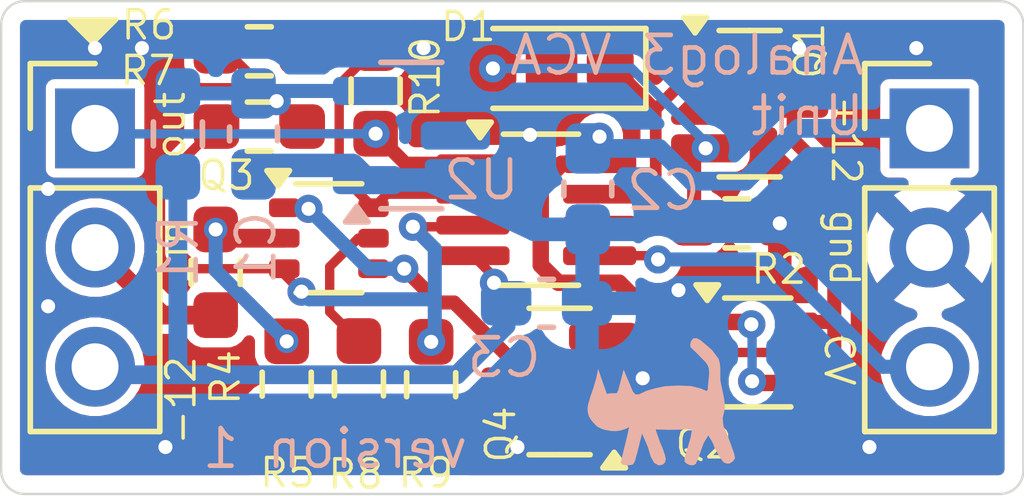
<source format=kicad_pcb>
(kicad_pcb (version 20241229) (generator "pcbnew") (generator_version "9.0")
  (layers (0 "F.Cu" signal) (2 "B.Cu" signal) (13 "F.Paste" user) (15 "B.Paste" user) (5 "F.SilkS" user "F.Silkscreen") (7 "B.SilkS" user "B.Silkscreen") (1 "F.Mask" user) (3 "B.Mask" user) (25 "Edge.Cuts" user))
  (net 0 "")
  (net 1 "/gain_bottom")
  (net 2 "+12V")
  (net 3 "-12V")
  (net 4 "Net-(D1-A)")
  (net 5 "Net-(D1-K)")
  (net 6 "Net-(Q3B-B2)")
  (net 7 "Net-(Q3A-B1)")
  (net 9 "/IN")
  (net 10 "/OUT")
  (net 11 "/CV")
  (net 12 "Net-(Q1-C)")
  (net 13 "Net-(Q2A-B1)")
  (net 14 "Net-(Q3A-E1)")
  (net 15 "/diff_in+")
  (net 16 "/diff_in-")
  (net 17 "GND")
  (footprint "Package_TO_SOT_SMD:SOT-363_SC-70-6" (layer "F.Cu") (at 111.125 65.98495)
    (property "Reference" "Q2" (at -1.158106 1.949095 0) (layer "F.SilkS") (effects (font (size 0.6 0.6) (thickness 0.075))))
    (property "Value" "BC857BDW1" (hide yes))
    (fp_line (start -0.71 -1.16) (end 0.7 -1.16) (stroke (width 0.12)) (layer "F.SilkS"))
    (fp_line (start -0.7 1.16) (end 0.7 1.16) (stroke (width 0.12)) (layer "F.SilkS"))
    (fp_poly (pts (xy -1.08 -1.11) (xy -1.32 -1.44) (xy -0.84 -1.44) (xy -1.08 -1.11)) (stroke (width 0.12)) (fill yes) (layer "F.SilkS"))
    (pad "1" smd roundrect (at -0.95 -0.65) (size 0.65 0.4) (layers "F.Cu" "F.Mask" "F.Paste") (net 2 "+12V"))
    (pad "2" smd roundrect (at -0.95 0) (size 0.65 0.4) (layers "F.Cu" "F.Mask" "F.Paste") (net 13 "Net-(Q2A-B1)"))
    (pad "3" smd roundrect (at -0.95 0.65) (size 0.65 0.4) (layers "F.Cu" "F.Mask" "F.Paste") (net 13 "Net-(Q2A-B1)"))
    (pad "4" smd roundrect (at 0.95 0.65) (size 0.65 0.4) (layers "F.Cu" "F.Mask" "F.Paste") (net 2 "+12V"))
    (pad "5" smd roundrect (at 0.95 0) (size 0.65 0.4) (layers "F.Cu" "F.Mask" "F.Paste") (net 13 "Net-(Q2A-B1)"))
    (pad "6" smd roundrect (at 0.95 -0.65) (size 0.65 0.4) (layers "F.Cu" "F.Mask" "F.Paste") (net 12 "Net-(Q1-C)"))
  )
  (footprint "Resistor_SMD:R_0603_1608Metric_Pad0.98x0.95mm_HandSolder" (layer "F.Cu") (at 102.978078 60.412252 -90)
    (property "Reference" "R10" (at -0.290645 -1.057733 90) (layer "F.SilkS") (effects (font (size 0.6 0.6) (thickness 0.075))))
    (property "Value" "47k 0.1%" (hide yes))
    (fp_line (start -0.254724 0.5225) (end 0.254724 0.5225) (stroke (width 0.12)) (layer "F.SilkS"))
    (fp_line (start -0.254724 -0.5225) (end 0.254724 -0.5225) (stroke (width 0.12)) (layer "F.SilkS"))
    (pad "1" smd roundrect (at -0.9125 0 270) (size 0.975 0.95) (layers "F.Cu" "F.Mask" "F.Paste") (net 16 "/diff_in-"))
    (pad "2" smd roundrect (at 0.9125 0 270) (size 0.975 0.95) (layers "F.Cu" "F.Mask" "F.Paste") (net 10 "/OUT"))
  )
  (footprint "Resistor_SMD:R_0603_1608Metric_Pad0.98x0.95mm_HandSolder" (layer "F.Cu") (at 102.622856 66.654392 90)
    (property "Reference" "R8" (at -1.923159 -0.068918 0) (layer "F.SilkS") (effects (font (size 0.6 0.6) (thickness 0.075))))
    (property "Value" "150" (hide yes))
    (fp_line (start -0.254724 -0.5225) (end 0.254724 -0.5225) (stroke (width 0.12)) (layer "F.SilkS"))
    (fp_line (start -0.254724 0.5225) (end 0.254724 0.5225) (stroke (width 0.12)) (layer "F.SilkS"))
    (pad "1" smd roundrect (at -0.9125 0 90) (size 0.975 0.95) (layers "F.Cu" "F.Mask" "F.Paste") (net 17 "GND"))
    (pad "2" smd roundrect (at 0.9125 0 90) (size 0.975 0.95) (layers "F.Cu" "F.Mask" "F.Paste") (net 6 "Net-(Q3B-B2)"))
  )
  (footprint "Diode_SMD:D_SOD-323_HandSoldering" (layer "F.Cu") (at 106.727277 59.933403 180)
    (property "Reference" "D1" (at 1.775963 0.892196 0) (layer "F.SilkS") (effects (font (size 0.6 0.6) (thickness 0.075))))
    (property "Value" "1N4148" (hide yes))
    (fp_line (start -2.01 0.85) (end 1.25 0.85) (stroke (width 0.12)) (layer "F.SilkS"))
    (fp_line (start -2.01 -0.85) (end 1.25 -0.85) (stroke (width 0.12)) (layer "F.SilkS"))
    (fp_line (start -2.01 -0.85) (end -2.01 0.85) (stroke (width 0.12)) (layer "F.SilkS"))
    (pad "1" smd roundrect (at -1.25 0 180) (size 1 1) (layers "F.Cu" "F.Mask" "F.Paste") (net 5 "Net-(D1-K)"))
    (pad "2" smd roundrect (at 1.25 0 180) (size 1 1) (layers "F.Cu" "F.Mask" "F.Paste") (net 4 "Net-(D1-A)"))
  )
  (footprint "Resistor_SMD:R_0603_1608Metric_Pad0.98x0.95mm_HandSolder" (layer "F.Cu") (at 100.5 61.171584)
    (property "Reference" "R7" (at -2.373571 -1.190754 0) (layer "F.SilkS") (effects (font (size 0.6 0.6) (thickness 0.075))))
    (property "Value" "4.7k 0.1%" (hide yes))
    (fp_line (start -0.254724 -0.5225) (end 0.254724 -0.5225) (stroke (width 0.12)) (layer "F.SilkS"))
    (fp_line (start -0.254724 0.5225) (end 0.254724 0.5225) (stroke (width 0.12)) (layer "F.SilkS"))
    (pad "1" smd roundrect (at -0.9125 0) (size 0.975 0.95) (layers "F.Cu" "F.Mask" "F.Paste") (net 15 "/diff_in+"))
    (pad "2" smd roundrect (at 0.9125 0) (size 0.975 0.95) (layers "F.Cu" "F.Mask" "F.Paste") (net 1 "/gain_bottom"))
  )
  (footprint "Package_TO_SOT_SMD:SOT-23" (layer "F.Cu") (at 110.948115 60.685189)
    (property "Reference" "Q1" (at 1.277955 -1.129814 270) (layer "F.SilkS") (effects (font (size 0.6 0.6) (thickness 0.075))))
    (property "Value" "BC847" (hide yes))
    (fp_line (start 0 -1.56) (end -0.65 -1.56) (stroke (width 0.12)) (layer "F.SilkS"))
    (fp_line (start 0 -1.56) (end 0.65 -1.56) (stroke (width 0.12)) (layer "F.SilkS"))
    (fp_line (start 0 1.56) (end -0.65 1.56) (stroke (width 0.12)) (layer "F.SilkS"))
    (fp_line (start 0 1.56) (end 0.65 1.56) (stroke (width 0.12)) (layer "F.SilkS"))
    (fp_poly (pts (xy -1.1625 -1.51) (xy -1.4025 -1.84) (xy -0.9225 -1.84)) (stroke (width 0.12)) (fill yes) (layer "F.SilkS"))
    (pad "1" smd roundrect (at -0.9375 -0.95) (size 1.475 0.6) (layers "F.Cu" "F.Mask" "F.Paste") (net 5 "Net-(D1-K)"))
    (pad "2" smd roundrect (at -0.9375 0.95) (size 1.475 0.6) (layers "F.Cu" "F.Mask" "F.Paste") (net 4 "Net-(D1-A)"))
    (pad "3" smd roundrect (at 0.9375 0) (size 1.475 0.6) (layers "F.Cu" "F.Mask" "F.Paste") (net 12 "Net-(Q1-C)"))
  )
  (footprint "Resistor_SMD:R_0603_1608Metric_Pad0.98x0.95mm_HandSolder" (layer "F.Cu") (at 104.162014 66.671494 90)
    (property "Reference" "R9" (at -1.882097 -0.11381 180) (layer "F.SilkS") (effects (font (size 0.6 0.6) (thickness 0.075))))
    (property "Value" "47k 0.1%" (hide yes))
    (fp_line (start -0.254724 -0.5225) (end 0.254724 -0.5225) (stroke (width 0.12)) (layer "F.SilkS"))
    (fp_line (start -0.254724 0.5225) (end 0.254724 0.5225) (stroke (width 0.12)) (layer "F.SilkS"))
    (pad "1" smd roundrect (at -0.9125 0 90) (size 0.975 0.95) (layers "F.Cu" "F.Mask" "F.Paste") (net 17 "GND"))
    (pad "2" smd roundrect (at 0.9125 0 90) (size 0.975 0.95) (layers "F.Cu" "F.Mask" "F.Paste") (net 15 "/diff_in+"))
  )
  (footprint "Resistor_SMD:R_0603_1608Metric_Pad0.98x0.95mm_HandSolder" (layer "F.Cu") (at 99.570511 64.276688 -90)
    (property "Reference" "R4" (at 2.240165 -0.204768 270) (layer "F.SilkS") (effects (font (size 0.6 0.6) (thickness 0.075))))
    (property "Value" "100k" (hide yes))
    (fp_line (start -0.254724 0.5225) (end 0.254724 0.5225) (stroke (width 0.12)) (layer "F.SilkS"))
    (fp_line (start -0.254724 -0.5225) (end 0.254724 -0.5225) (stroke (width 0.12)) (layer "F.SilkS"))
    (pad "1" smd roundrect (at -0.9125 0 270) (size 0.975 0.95) (layers "F.Cu" "F.Mask" "F.Paste") (net 7 "Net-(Q3A-B1)"))
    (pad "2" smd roundrect (at 0.9125 0 270) (size 0.975 0.95) (layers "F.Cu" "F.Mask" "F.Paste") (net 9 "/IN"))
  )
  (footprint "Resistor_SMD:R_0603_1608Metric_Pad0.98x0.95mm_HandSolder" (layer "F.Cu") (at 110.677782 63.234042 180)
    (property "Reference" "R2" (at -0.890694 -0.977993 180) (layer "F.SilkS") (effects (font (size 0.6 0.6) (thickness 0.075))))
    (property "Value" "10k" (hide yes))
    (fp_line (start -0.254724 0.5225) (end 0.254724 0.5225) (stroke (width 0.12)) (layer "F.SilkS"))
    (fp_line (start -0.254724 -0.5225) (end 0.254724 -0.5225) (stroke (width 0.12)) (layer "F.SilkS"))
    (pad "1" smd roundrect (at -0.9125 0 180) (size 0.975 0.95) (layers "F.Cu" "F.Mask" "F.Paste") (net 17 "GND"))
    (pad "2" smd roundrect (at 0.9125 0 180) (size 0.975 0.95) (layers "F.Cu" "F.Mask" "F.Paste") (net 4 "Net-(D1-A)"))
  )
  (footprint "Package_TO_SOT_SMD:SOT-23-8_Handsoldering" (layer "F.Cu") (at 106.402343 62.943312)
    (property "Reference" "U1" (hide yes))
    (property "Value" "TL072" (hide yes))
    (fp_line (start -0.9 1.61) (end 0.9 1.61) (stroke (width 0.12)) (layer "F.SilkS"))
    (fp_line (start 0.1 -1.61) (end -0.7 -1.61) (stroke (width 0.12)) (layer "F.SilkS"))
    (fp_line (start 0.1 -1.61) (end 0.9 -1.61) (stroke (width 0.12)) (layer "F.SilkS"))
    (fp_poly (pts (xy -1.2 -1.535) (xy -1.44 -1.865) (xy -0.96 -1.865) (xy -1.2 -1.535)) (stroke (width 0.12)) (fill yes) (layer "F.SilkS"))
    (pad "1" smd roundrect (at -1.35 -0.98) (size 1.56 0.4) (layers "F.Cu" "F.Mask" "F.Paste") (net 10 "/OUT"))
    (pad "2" smd roundrect (at -1.35 -0.33) (size 1.56 0.4) (layers "F.Cu" "F.Mask" "F.Paste") (net 16 "/diff_in-"))
    (pad "3" smd roundrect (at -1.35 0.33) (size 1.56 0.4) (layers "F.Cu" "F.Mask" "F.Paste") (net 15 "/diff_in+"))
    (pad "4" smd roundrect (at -1.35 0.98) (size 1.56 0.4) (layers "F.Cu" "F.Mask" "F.Paste") (net 3 "-12V"))
    (pad "5" smd roundrect (at 1.35 0.98) (size 1.56 0.4) (layers "F.Cu" "F.Mask" "F.Paste") (net 11 "/CV"))
    (pad "6" smd roundrect (at 1.35 0.33) (size 1.56 0.4) (layers "F.Cu" "F.Mask" "F.Paste") (net 4 "Net-(D1-A)"))
    (pad "7" smd roundrect (at 1.35 -0.33) (size 1.56 0.4) (layers "F.Cu" "F.Mask" "F.Paste") (net 5 "Net-(D1-K)"))
    (pad "8" smd roundrect (at 1.35 -0.98) (size 1.56 0.4) (layers "F.Cu" "F.Mask" "F.Paste") (net 2 "+12V"))
  )
  (footprint "Package_TO_SOT_SMD:SOT-23" (layer "F.Cu") (at 106.898294 66.603087 180)
    (property "Reference" "Q4" (at 1.254227 -1.129701 90) (layer "F.SilkS") (effects (font (size 0.6 0.6) (thickness 0.075))))
    (property "Value" "BC857" (hide yes))
    (fp_line (start 0 1.56) (end 0.65 1.56) (stroke (width 0.12)) (layer "F.SilkS"))
    (fp_line (start 0 1.56) (end -0.65 1.56) (stroke (width 0.12)) (layer "F.SilkS"))
    (fp_line (start 0 -1.56) (end 0.65 -1.56) (stroke (width 0.12)) (layer "F.SilkS"))
    (fp_line (start 0 -1.56) (end -0.65 -1.56) (stroke (width 0.12)) (layer "F.SilkS"))
    (fp_poly (pts (xy -1.1625 -1.51) (xy -1.4025 -1.84) (xy -0.9225 -1.84)) (stroke (width 0.12)) (fill yes) (layer "F.SilkS"))
    (pad "1" smd roundrect (at -0.9375 -0.95 180) (size 1.475 0.6) (layers "F.Cu" "F.Mask" "F.Paste") (net 12 "Net-(Q1-C)"))
    (pad "2" smd roundrect (at -0.9375 0.95 180) (size 1.475 0.6) (layers "F.Cu" "F.Mask" "F.Paste") (net 13 "Net-(Q2A-B1)"))
    (pad "3" smd roundrect (at 0.9375 0 180) (size 1.475 0.6) (layers "F.Cu" "F.Mask" "F.Paste") (net 14 "Net-(Q3A-E1)"))
  )
  (footprint "Package_TO_SOT_SMD:SOT-363_SC-70-6" (layer "F.Cu") (at 101.982764 63.550745)
    (property "Reference" "Q3" (at -2.181698 -1.337426 0) (layer "F.SilkS") (effects (font (size 0.6 0.6) (thickness 0.075))))
    (property "Value" "BC857BDW1" (hide yes))
    (fp_line (start -0.71 -1.16) (end 0.7 -1.16) (stroke (width 0.12)) (layer "F.SilkS"))
    (fp_line (start -0.7 1.16) (end 0.7 1.16) (stroke (width 0.12)) (layer "F.SilkS"))
    (fp_poly (pts (xy -1.08 -1.11) (xy -1.32 -1.44) (xy -0.84 -1.44) (xy -1.08 -1.11)) (stroke (width 0.12)) (fill yes) (layer "F.SilkS"))
    (pad "1" smd roundrect (at -0.95 -0.65) (size 0.65 0.4) (layers "F.Cu" "F.Mask" "F.Paste") (net 14 "Net-(Q3A-E1)"))
    (pad "2" smd roundrect (at -0.95 0) (size 0.65 0.4) (layers "F.Cu" "F.Mask" "F.Paste") (net 7 "Net-(Q3A-B1)"))
    (pad "3" smd roundrect (at -0.95 0.65) (size 0.65 0.4) (layers "F.Cu" "F.Mask" "F.Paste") (net 15 "/diff_in+"))
    (pad "4" smd roundrect (at 0.95 0.65) (size 0.65 0.4) (layers "F.Cu" "F.Mask" "F.Paste") (net 14 "Net-(Q3A-E1)"))
    (pad "5" smd roundrect (at 0.95 0) (size 0.65 0.4) (layers "F.Cu" "F.Mask" "F.Paste") (net 6 "Net-(Q3B-B2)"))
    (pad "6" smd roundrect (at 0.95 -0.65) (size 0.65 0.4) (layers "F.Cu" "F.Mask" "F.Paste") (net 16 "/diff_in-"))
  )
  (footprint "Resistor_SMD:R_0603_1608Metric_Pad0.98x0.95mm_HandSolder" (layer "F.Cu") (at 101.08404 66.660353 90)
    (property "Reference" "R5" (at -1.888914 0.016697 180) (layer "F.SilkS") (effects (font (size 0.6 0.6) (thickness 0.075))))
    (property "Value" "150" (hide yes))
    (fp_line (start -0.254724 -0.5225) (end 0.254724 -0.5225) (stroke (width 0.12)) (layer "F.SilkS"))
    (fp_line (start -0.254724 0.5225) (end 0.254724 0.5225) (stroke (width 0.12)) (layer "F.SilkS"))
    (pad "1" smd roundrect (at -0.9125 0 90) (size 0.975 0.95) (layers "F.Cu" "F.Mask" "F.Paste") (net 17 "GND"))
    (pad "2" smd roundrect (at 0.9125 0 90) (size 0.975 0.95) (layers "F.Cu" "F.Mask" "F.Paste") (net 7 "Net-(Q3A-B1)"))
  )
  (footprint "Resistor_SMD:R_0603_1608Metric_Pad0.98x0.95mm_HandSolder" (layer "F.Cu") (at 100.5 59.568897 180)
    (property "Reference" "R6" (at 2.350768 0.560966 0) (layer "F.SilkS") (effects (font (size 0.6 0.6) (thickness 0.075))))
    (property "Value" "4.7k 0.1%" (hide yes))
    (fp_line (start -0.254724 0.5225) (end 0.254724 0.5225) (stroke (width 0.12)) (layer "F.SilkS"))
    (fp_line (start -0.254724 -0.5225) (end 0.254724 -0.5225) (stroke (width 0.12)) (layer "F.SilkS"))
    (pad "1" smd roundrect (at -0.9125 0 180) (size 0.975 0.95) (layers "F.Cu" "F.Mask" "F.Paste") (net 16 "/diff_in-"))
    (pad "2" smd roundrect (at 0.9125 0 180) (size 0.975 0.95) (layers "F.Cu" "F.Mask" "F.Paste") (net 1 "/gain_bottom"))
  )
  (footprint "Connector_PinHeader_2.54mm:PinHeader_1x03_P2.54mm_Vertical" (layer "F.Cu") (at 97 61.21)
    (property "Reference" "J1" (hide yes))
    (property "Value" "row 1" (hide yes))
    (fp_line (start -1.38 -1.38) (end 0 -1.38) (stroke (width 0.12)) (layer "F.SilkS"))
    (fp_line (start -1.38 0) (end -1.38 -1.38) (stroke (width 0.12)) (layer "F.SilkS"))
    (fp_line (start -1.38 1.27) (end -1.38 6.46) (stroke (width 0.12)) (layer "F.SilkS"))
    (fp_line (start -1.38 1.27) (end 1.38 1.27) (stroke (width 0.12)) (layer "F.SilkS"))
    (fp_line (start -1.38 6.46) (end 1.38 6.46) (stroke (width 0.12)) (layer "F.SilkS"))
    (fp_line (start 1.38 1.27) (end 1.38 6.46) (stroke (width 0.12)) (layer "F.SilkS"))
    (pad "1" thru_hole rect (at 0 0) (size 1.7 1.7) (drill 1) (layers "*.Cu" "*.Mask") (net 10 "/OUT"))
    (pad "2" thru_hole circle (at 0 2.54) (size 1.7 1.7) (drill 1) (layers "*.Cu" "*.Mask") (net 9 "/IN"))
    (pad "3" thru_hole circle (at 0 5.08) (size 1.7 1.7) (drill 1) (layers "*.Cu" "*.Mask") (net 3 "-12V"))
  )
  (footprint "Connector_PinHeader_2.54mm:PinHeader_1x03_P2.54mm_Vertical" (layer "F.Cu") (at 114.78 61.21)
    (property "Reference" "J2" (hide yes))
    (property "Value" "row 2" (hide yes))
    (fp_line (start -1.38 -1.38) (end 0 -1.38) (stroke (width 0.12)) (layer "F.SilkS"))
    (fp_line (start -1.38 0) (end -1.38 -1.38) (stroke (width 0.12)) (layer "F.SilkS"))
    (fp_line (start -1.38 1.27) (end -1.38 6.46) (stroke (width 0.12)) (layer "F.SilkS"))
    (fp_line (start -1.38 1.27) (end 1.38 1.27) (stroke (width 0.12)) (layer "F.SilkS"))
    (fp_line (start -1.38 6.46) (end 1.38 6.46) (stroke (width 0.12)) (layer "F.SilkS"))
    (fp_line (start 1.38 1.27) (end 1.38 6.46) (stroke (width 0.12)) (layer "F.SilkS"))
    (pad "1" thru_hole rect (at 0 0) (size 1.7 1.7) (drill 1) (layers "*.Cu" "*.Mask") (net 2 "+12V"))
    (pad "2" thru_hole circle (at 0 2.54) (size 1.7 1.7) (drill 1) (layers "*.Cu" "*.Mask") (net 17 "GND"))
    (pad "3" thru_hole circle (at 0 5.08) (size 1.7 1.7) (drill 1) (layers "*.Cu" "*.Mask") (net 11 "/CV"))
  )
  (footprint "GajeLogo:SilkScreenSmall" (layer "B.Cu") (at 109.053115 67.087319 180)
    (property "Reference" "REF**" (hide yes))
    (property "Value" "SilkScreenSmall" (hide yes))
    (fp_poly (pts (xy -1.27 0.508) (xy -1.27 0.762) (xy -1.261493 0.864187) (xy -1.233226 0.966976) (xy -1.094278 1.153843) (xy -0.85144 1.361991) (xy -0.762784 1.408246) (xy -0.689547 1.400536) (xy -0.643292 1.338863) (xy -0.627874 1.269481) (xy -0.639438 1.207808) (xy -0.770494 1.084461) (xy -0.955513 0.895587) (xy -1.001768 0.826204) (xy -1.024896 0.764531) (xy -1.032605 0.652748) (xy -1.009477 0.429183) (xy -1.001768 0.301982) (xy -0.974786 0.282709) (xy -0.836021 0.340527) (xy -0.643292 0.386782) (xy -0.365763 0.398346) (xy -0.088233 0.382928) (xy 0.10064 0.344382) (xy 0.301078 0.286563) (xy 0.432134 0.22489) (xy 0.466825 0.209472) (xy 0.536207 0.209472) (xy 0.590172 0.263436) (xy 0.79061 0.737549) (xy 0.902392 0.305836) (xy 0.937084 0.236454) (xy 0.973703 0.232599) (xy 1.010406 0.233826) (xy 1.045013 0.2326) (xy 1.078424 0.232303) (xy 1.112468 0.226817) (xy 1.145231 0.217181) (xy 1.233886 0.463874) (xy 1.334105 0.752967) (xy 1.372651 0.560238) (xy 1.434324 0.348237) (xy 1.495998 0.170926) (xy 1.549962 -0.014093) (xy 1.558988 -0.090464) (xy 1.555562 -0.15385) (xy 1.546107 -0.206822) (xy 1.530689 -0.260786) (xy 1.485323 -0.33373) (xy 1.437355 -0.391977) (xy 1.387673 -0.445085) (xy 1.343722 -0.482034) (xy 1.261311 -0.523357) (xy 1.203695 -0.543095) (xy 1.071994 -0.569152) (xy 1.008394 -0.573006) (xy 0.94611 -0.572857) (xy 0.896611 -0.567225) (xy 0.848428 -0.557588) (xy 0.755918 -0.530606) (xy 0.674972 -0.488206) (xy 0.713518 -0.673226) (xy 0.829155 -1.143484) (xy 0.852283 -1.243703) (xy 0.817592 -1.286104) (xy 0.709664 -1.305377) (xy 0.60559 -1.289958) (xy 0.578608 -1.266831) (xy 0.547771 -1.209012) (xy 0.493807 -1.012429) (xy 0.397443 -0.626971) (xy 0.274096 -0.91221) (xy 0.212423 -1.120357) (xy 0.139186 -1.251412) (xy 0.038967 -1.305377) (xy -0.045833 -1.286104) (xy -0.092088 -1.239849) (xy -0.107506 -1.166612) (xy -0.092088 -1.08952) (xy -0.049687 -0.962319) (xy 0.015839 -0.808136) (xy 0.108349 -0.538315) (xy -0.165325 -0.546025) (xy -0.415872 -0.54217) (xy -0.546928 -0.530606) (xy -0.66642 -0.546025) (xy -0.635583 -0.711771) (xy -0.589328 -0.873664) (xy -0.546928 -1.020138) (xy -0.508382 -1.13963) (xy -0.508382 -1.22443) (xy -0.558492 -1.270685) (xy -0.620165 -1.297667) (xy -0.689547 -1.301522) (xy -0.747366 -1.27454) (xy -0.793621 -1.170466) (xy -0.882276 -0.919919) (xy -0.920822 -0.8197) (xy -1.013332 -0.665517) (xy -1.101987 -0.811991) (xy -1.155951 -0.943046) (xy -1.240752 -1.097229) (xy -1.325553 -1.22443) (xy -1.353117 -1.245373) (xy -1.383953 -1.257365) (xy -1.417836 -1.266692) (xy -1.466375 -1.264788) (xy -1.537555 -1.220576) (xy -1.58381 -1.151193) (xy -1.568391 -1.066393) (xy -1.495154 -0.854391) (xy -1.406499 -0.619262) (xy -1.340971 -0.476642) (xy -1.329407 -0.399551) (xy -1.321698 -0.287768) (xy -1.3489 -0.176621) (xy -1.364511 -0.083115) (xy -1.364319 -0.00188) (xy -1.359179 0.056367) (xy -1.350613 0.119754) (xy -1.329407 0.22489)) (fill yes) (layer "B.SilkS"))
  )
  (footprint "Resistor_SMD:R_0603_1608Metric_Pad0.98x0.95mm_HandSolder" (layer "B.Cu") (at 98.76537 61.328484 90)
    (property "Reference" "R1" (at -2.495703 0.012894 270) (layer "B.SilkS") (effects (font (size 0.8 0.8) (thickness 0.1)) (justify mirror)))
    (property "Value" "3.3k" (hide yes))
    (fp_line (start -0.254724 -0.5225) (end 0.254724 -0.5225) (stroke (width 0.12)) (layer "B.SilkS"))
    (fp_line (start -0.254724 0.5225) (end 0.254724 0.5225) (stroke (width 0.12)) (layer "B.SilkS"))
    (pad "1" smd roundrect (at -0.9125 0 90) (size 0.975 0.95) (layers "B.Cu" "B.Mask" "B.Paste") (net 3 "-12V"))
    (pad "2" smd roundrect (at 0.9125 0 90) (size 0.975 0.95) (layers "B.Cu" "B.Mask" "B.Paste") (net 1 "/gain_bottom"))
  )
  (footprint "Capacitor_SMD:C_0603_1608Metric_Pad1.08x0.95mm_HandSolder" (layer "B.Cu") (at 100.376736 61.328484 -90)
    (property "Reference" "C1" (at 2.427296 -0.054697 90) (layer "B.SilkS") (effects (font (size 0.8 0.8) (thickness 0.1)) (justify mirror)))
    (property "Value" "2.2u" (hide yes))
    (fp_line (start -0.146267 0.51) (end 0.146267 0.51) (stroke (width 0.12)) (layer "B.SilkS"))
    (fp_line (start -0.146267 -0.51) (end 0.146267 -0.51) (stroke (width 0.12)) (layer "B.SilkS"))
    (pad "1" smd roundrect (at -0.8625 0 270) (size 1.075 0.95) (layers "B.Cu" "B.Mask" "B.Paste") (net 1 "/gain_bottom"))
    (pad "2" smd roundrect (at 0.8625 0 270) (size 1.075 0.95) (layers "B.Cu" "B.Mask" "B.Paste") (net 17 "GND"))
  )
  (footprint "Capacitor_SMD:C_0603_1608Metric_Pad1.08x0.95mm_HandSolder" (layer "B.Cu") (at 106.622183 64.937291)
    (property "Reference" "C3" (at -0.90391 1.158126 0) (layer "B.SilkS") (effects (font (size 0.8 0.8) (thickness 0.1)) (justify mirror)))
    (property "Value" "100n" (hide yes))
    (fp_line (start -0.146267 -0.51) (end 0.146267 -0.51) (stroke (width 0.12)) (layer "B.SilkS"))
    (fp_line (start -0.146267 0.51) (end 0.146267 0.51) (stroke (width 0.12)) (layer "B.SilkS"))
    (pad "1" smd roundrect (at -0.8625 0) (size 1.075 0.95) (layers "B.Cu" "B.Mask" "B.Paste") (net 3 "-12V"))
    (pad "2" smd roundrect (at 0.8625 0) (size 1.075 0.95) (layers "B.Cu" "B.Mask" "B.Paste") (net 17 "GND"))
  )
  (footprint "Capacitor_SMD:C_0603_1608Metric_Pad1.08x0.95mm_HandSolder" (layer "B.Cu") (at 107.5 62.5 90)
    (property "Reference" "C2" (at -0.035854 1.607723 0) (layer "B.SilkS") (effects (font (size 0.8 0.8) (thickness 0.1)) (justify mirror)))
    (property "Value" "100n" (hide yes))
    (fp_line (start -0.146267 -0.51) (end 0.146267 -0.51) (stroke (width 0.12)) (layer "B.SilkS"))
    (fp_line (start -0.146267 0.51) (end 0.146267 0.51) (stroke (width 0.12)) (layer "B.SilkS"))
    (pad "1" smd roundrect (at -0.8625 0 90) (size 1.075 0.95) (layers "B.Cu" "B.Mask" "B.Paste") (net 17 "GND"))
    (pad "2" smd roundrect (at 0.8625 0 90) (size 1.075 0.95) (layers "B.Cu" "B.Mask" "B.Paste") (net 2 "+12V"))
  )
  (footprint "Package_TO_SOT_SMD:SOT-23" (layer "B.Cu") (at 103.740329 61.363185)
    (property "Reference" "U2" (at 1.490997 0.944646 0) (layer "B.SilkS") (effects (font (size 0.8 0.8) (thickness 0.1)) (justify mirror)))
    (property "Value" "LM4040DBZ-2.5" (hide yes))
    (fp_line (start 0 -1.56) (end -0.65 -1.56) (stroke (width 0.12)) (layer "B.SilkS"))
    (fp_line (start 0 -1.56) (end 0.65 -1.56) (stroke (width 0.12)) (layer "B.SilkS"))
    (fp_line (start 0 1.56) (end -0.65 1.56) (stroke (width 0.12)) (layer "B.SilkS"))
    (fp_line (start 0 1.56) (end 0.65 1.56) (stroke (width 0.12)) (layer "B.SilkS"))
    (fp_poly (pts (xy -1.1625 1.51) (xy -1.4025 1.84) (xy -0.9225 1.84)) (stroke (width 0.12)) (fill yes) (layer "B.SilkS"))
    (pad "1" smd roundrect (at -0.9375 0.95) (size 1.475 0.6) (layers "B.Cu" "B.Mask" "B.Paste") (net 17 "GND"))
    (pad "2" smd roundrect (at -0.9375 -0.95) (size 1.475 0.6) (layers "B.Cu" "B.Mask" "B.Paste") (net 1 "/gain_bottom"))
    (pad "3" smd roundrect (at 0.9375 0) (size 1.475 0.6) (layers "B.Cu" "B.Mask" "B.Paste"))
  )
  (gr_poly (pts (xy 96.450289 58.892567) (xy 97.450289 58.892567) (xy 96.950289 59.392567)) (stroke (width 0.1)) (fill yes) (layer "F.SilkS"))
  (gr_line (start 95.5 69) (end 116.28 69) (stroke (width 0.05)) (layer "Edge.Cuts"))
  (gr_line (start 95.5 58.5) (end 116.28 58.5) (stroke (width 0.05)) (layer "Edge.Cuts"))
  (gr_arc (start 116.28 58.5) (mid 116.633553 58.646447) (end 116.78 59) (stroke (width 0.05)) (layer "Edge.Cuts"))
  (gr_line (start 116.78 59) (end 116.78 68.5) (stroke (width 0.05)) (layer "Edge.Cuts"))
  (gr_arc (start 116.78 68.5) (mid 116.633553 68.853553) (end 116.28 69) (stroke (width 0.05)) (layer "Edge.Cuts"))
  (gr_line (start 95 59) (end 95 68.5) (stroke (width 0.05)) (layer "Edge.Cuts"))
  (gr_arc (start 95.5 69) (mid 95.146447 68.853553) (end 95 68.5) (stroke (width 0.05)) (layer "Edge.Cuts"))
  (gr_arc (start 95 59) (mid 95.146447 58.646447) (end 95.5 58.5) (stroke (width 0.05)) (layer "Edge.Cuts"))
  (gr_text "-12" (at 99.182644 68 90) (layer "F.SilkS") (effects (font (size 0.6 0.6) (thickness 0.075)) (justify left bottom)))
  (gr_text "out" (at 98.954914 61.911429 90) (layer "F.SilkS") (effects (font (size 0.6 0.6) (thickness 0.075)) (justify left bottom)))
  (gr_text "+12" (at 112.65757 60.462478 270) (layer "F.SilkS") (effects (font (size 0.6 0.6) (thickness 0.075)) (justify left bottom)))
  (gr_text "in" (at 99.018107 64.032581 90) (layer "F.SilkS") (effects (font (size 0.6 0.6) (thickness 0.075)) (justify left bottom)))
  (gr_text "gnd" (at 112.609783 62.8895 270) (layer "F.SilkS") (effects (font (size 0.6 0.6) (thickness 0.075)) (justify left bottom)))
  (gr_text "CV" (at 112.503372 65.52697 270) (layer "F.SilkS") (effects (font (size 0.6 0.6) (thickness 0.075)) (justify left bottom)))
  (gr_text "version 1" (at 105 68.5 0) (layer "B.SilkS") (effects (font (size 0.8 0.8) (thickness 0.1)) (justify left bottom mirror)))
  (gr_text "Analog3 VCA\nUnit" (at 113.448266 61.409536 0) (layer "B.SilkS") (effects (font (size 0.8 0.8) (thickness 0.1)) (justify left bottom mirror)))
  (segment (start 100.870458 60.629542) (end 101.4125 61.171584) (width 0.2) (layer "F.Cu") (net 1))
  (segment (start 100.870458 60.629542) (end 99.809813 59.568897) (width 0.2) (layer "F.Cu") (net 1))
  (segment (start 99.809813 59.568897) (end 99.5875 59.568897) (width 0.2) (layer "F.Cu") (net 1))
  (via (at 100.870458 60.629542) (size 0.6) (drill 0.3) (layers "F.Cu" "B.Cu") (net 1))
  (segment (start 98.81537 60.465984) (end 98.76537 60.415984) (width 0.3) (layer "B.Cu") (net 1))
  (segment (start 102.802829 60.413185) (end 100.429535 60.413185) (width 0.3) (layer "B.Cu") (net 1))
  (segment (start 100.376736 60.465984) (end 98.81537 60.465984) (width 0.3) (layer "B.Cu") (net 1))
  (segment (start 100.429535 60.413185) (end 100.376736 60.465984) (width 0.3) (layer "B.Cu") (net 1))
  (segment (start 106.496771 62.412946) (end 106.946405 61.963312) (width 0.35) (layer "F.Cu") (net 2))
  (segment (start 107.749492 61.38748) (end 107.749492 61.886992) (width 0.4) (layer "F.Cu") (net 2))
  (segment (start 109.003191 65.33495) (end 110.175 65.33495) (width 0.35) (layer "F.Cu") (net 2))
  (segment (start 107.749492 61.886992) (end 107.752343 61.889843) (width 0.2) (layer "F.Cu") (net 2))
  (segment (start 111.035547 66.63495) (end 111 66.599403) (width 0.2) (layer "F.Cu") (net 2))
  (segment (start 108.167553 64.499312) (end 106.872405 64.499312) (width 0.35) (layer "F.Cu") (net 2))
  (segment (start 110.175 65.33495) (end 110.934354 65.33495) (width 0.35) (layer "F.Cu") (net 2))
  (segment (start 106.872405 64.499312) (end 106.496771 64.123678) (width 0.35) (layer "F.Cu") (net 2))
  (segment (start 106.496771 64.123678) (end 106.496771 62.412946) (width 0.35) (layer "F.Cu") (net 2))
  (segment (start 106.946405 61.963312) (end 107.752343 61.963312) (width 0.35) (layer "F.Cu") (net 2))
  (segment (start 112.075 66.63495) (end 111.035547 66.63495) (width 0.35) (layer "F.Cu") (net 2))
  (segment (start 107.752343 61.889843) (end 107.752343 61.963312) (width 0.2) (layer "F.Cu") (net 2))
  (segment (start 108.167553 64.499312) (end 109.003191 65.33495) (width 0.35) (layer "F.Cu") (net 2))
  (segment (start 110.934354 65.33495) (end 110.984354 65.38495) (width 0.35) (layer "F.Cu") (net 2))
  (via (at 111 66.599403) (size 0.6) (drill 0.3) (layers "F.Cu" "B.Cu") (net 2))
  (via (at 107.749492 61.38748) (size 0.6) (drill 0.3) (layers "F.Cu" "B.Cu") (net 2))
  (via (at 110.984354 65.38495) (size 0.6) (drill 0.3) (layers "F.Cu" "B.Cu") (net 2))
  (segment (start 114.78 61.21) (end 111.976875 61.21) (width 0.4) (layer "B.Cu") (net 2))
  (segment (start 111 66.599403) (end 111 65.400596) (width 0.2) (layer "B.Cu") (net 2))
  (segment (start 111.976875 61.21) (end 110.850686 62.336189) (width 0.4) (layer "B.Cu") (net 2))
  (segment (start 109.021562 61.6375) (end 107.5 61.6375) (width 0.4) (layer "B.Cu") (net 2))
  (segment (start 109.720251 62.336189) (end 109.021562 61.6375) (width 0.4) (layer "B.Cu") (net 2))
  (segment (start 111 65.400596) (end 110.984354 65.38495) (width 0.2) (layer "B.Cu") (net 2))
  (segment (start 107.5 61.636972) (end 107.5 61.995864) (width 0.2) (layer "B.Cu") (net 2))
  (segment (start 110.850686 62.336189) (end 109.720251 62.336189) (width 0.4) (layer "B.Cu") (net 2))
  (segment (start 107.749492 61.38748) (end 107.5 61.636972) (width 0.2) (layer "B.Cu") (net 2))
  (segment (start 105.5 64.370969) (end 105.052343 63.923312) (width 0.2) (layer "F.Cu") (net 3))
  (segment (start 105.5 64.5) (end 105.5 64.370969) (width 0.2) (layer "F.Cu") (net 3))
  (via (at 105.5 64.5) (size 0.6) (drill 0.3) (layers "F.Cu" "B.Cu") (net 3))
  (segment (start 98.76537 62.240984) (end 98.76537 66.457596) (width 0.4) (layer "B.Cu") (net 3))
  (segment (start 98.76537 66.457596) (end 98.767768 66.459994) (width 0.4) (layer "B.Cu") (net 3))
  (segment (start 105.759683 64.937291) (end 105.759683 65.412291) (width 0.4) (layer "B.Cu") (net 3))
  (segment (start 98.767768 66.459994) (end 97.169994 66.459994) (width 0.4) (layer "B.Cu") (net 3))
  (segment (start 104.71198 66.459994) (end 98.767768 66.459994) (width 0.4) (layer "B.Cu") (net 3))
  (segment (start 97.169994 66.459994) (end 97 66.29) (width 0.4) (layer "B.Cu") (net 3))
  (segment (start 105.759683 65.412291) (end 104.71198 66.459994) (width 0.4) (layer "B.Cu") (net 3))
  (segment (start 97 66.29) (end 97.29 66) (width 0.2) (layer "B.Cu") (net 3))
  (segment (start 107.752343 63.273312) (end 109.726012 63.273312) (width 0.2) (layer "F.Cu") (net 4))
  (segment (start 109.765282 61.880522) (end 110.010615 61.635189) (width 0.2) (layer "F.Cu") (net 4))
  (segment (start 109.726012 63.273312) (end 109.765282 63.234042) (width 0.2) (layer "F.Cu") (net 4))
  (segment (start 109.765282 63.234042) (end 109.765282 61.880522) (width 0.3) (layer "F.Cu") (net 4))
  (via (at 110.010615 61.635189) (size 0.6) (drill 0.3) (layers "F.Cu" "B.Cu") (net 4))
  (via (at 105.477277 59.933403) (size 0.6) (drill 0.3) (layers "F.Cu" "B.Cu") (net 4))
  (segment (start 110.010615 61.510615) (end 108.433403 59.933403) (width 0.2) (layer "B.Cu") (net 4))
  (segment (start 108.433403 59.933403) (end 105.477277 59.933403) (width 0.2) (layer "B.Cu") (net 4))
  (segment (start 110.010615 61.635189) (end 110.010615 61.510615) (width 0.2) (layer "B.Cu") (net 4))
  (segment (start 108.947115 60.798689) (end 108.081829 59.933403) (width 0.25) (layer "F.Cu") (net 5))
  (segment (start 108.532342 62.613312) (end 107.752343 62.613312) (width 0.25) (layer "F.Cu") (net 5))
  (segment (start 108.947115 60.798689) (end 108.947115 62.198539) (width 0.25) (layer "F.Cu") (net 5))
  (segment (start 108.175491 59.735189) (end 107.977277 59.933403) (width 0.2) (layer "F.Cu") (net 5))
  (segment (start 108.081829 59.933403) (end 107.977277 59.933403) (width 0.25) (layer "F.Cu") (net 5))
  (segment (start 107.752343 62.613312) (end 107.052473 62.613312) (width 0.2) (layer "F.Cu") (net 5))
  (segment (start 108.947115 62.198539) (end 108.532342 62.613312) (width 0.25) (layer "F.Cu") (net 5))
  (segment (start 110.010615 59.735189) (end 108.947115 60.798689) (width 0.25) (layer "F.Cu") (net 5))
  (segment (start 102 64.15851) (end 102 65.119036) (width 0.2) (layer "F.Cu") (net 6))
  (segment (start 102.932764 63.550745) (end 102.607765 63.550745) (width 0.2) (layer "F.Cu") (net 6))
  (segment (start 102 65.119036) (end 102.622856 65.741892) (width 0.2) (layer "F.Cu") (net 6))
  (segment (start 102.607765 63.550745) (end 102 64.15851) (width 0.2) (layer "F.Cu") (net 6))
  (segment (start 99.757068 63.550745) (end 99.570511 63.364188) (width 0.2) (layer "F.Cu") (net 7))
  (segment (start 101.032764 63.550745) (end 99.757068 63.550745) (width 0.4) (layer "F.Cu") (net 7))
  (via (at 99.570511 63.364188) (size 0.5) (drill 0.3) (layers "F.Cu" "B.Cu") (net 7))
  (via (at 101.08404 65.747853) (size 0.5) (drill 0.3) (layers "F.Cu" "B.Cu") (net 7))
  (segment (start 99.570511 63.364188) (end 99.570511 64.234324) (width 0.3) (layer "B.Cu") (net 7))
  (segment (start 99.570511 64.234324) (end 101.08404 65.747853) (width 0.3) (layer "B.Cu") (net 7))
  (segment (start 98.439188 65.189188) (end 97 63.75) (width 0.4) (layer "F.Cu") (net 9))
  (segment (start 99.570511 65.189188) (end 98.439188 65.189188) (width 0.4) (layer "F.Cu") (net 9))
  (segment (start 102.978078 61.324752) (end 103.076663 61.423337) (width 0.2) (layer "F.Cu") (net 10))
  (segment (start 105.052343 61.963312) (end 103.616638 61.963312) (width 0.3) (layer "F.Cu") (net 10))
  (segment (start 103.616638 61.963312) (end 102.978078 61.324752) (width 0.3) (layer "F.Cu") (net 10))
  (via (at 102.978078 61.324752) (size 0.6) (drill 0.3) (layers "F.Cu" "B.Cu") (net 10))
  (segment (start 100.891388 61.327678) (end 100.894314 61.324752) (width 0.2) (layer "B.Cu") (net 10))
  (segment (start 97 61.21) (end 97.117678 61.327678) (width 0.2) (layer "B.Cu") (net 10))
  (segment (start 100.894314 61.324752) (end 102.978078 61.324752) (width 0.2) (layer "B.Cu") (net 10))
  (segment (start 97.117678 61.327678) (end 100.891388 61.327678) (width 0.2) (layer "B.Cu") (net 10))
  (segment (start 107.752343 63.923312) (end 108.917613 63.923312) (width 0.2) (layer "F.Cu") (net 11))
  (segment (start 108.917613 63.923312) (end 108.997204 64.002903) (width 0.2) (layer "F.Cu") (net 11))
  (via (at 108.997204 64.002903) (size 0.6) (drill 0.3) (layers "F.Cu" "B.Cu") (net 11))
  (segment (start 111.497903 64.002903) (end 113.785 66.29) (width 0.3) (layer "B.Cu") (net 11))
  (segment (start 108.997204 64.002903) (end 111.497903 64.002903) (width 0.3) (layer "B.Cu") (net 11))
  (segment (start 113.785 66.29) (end 114.78 66.29) (width 0.3) (layer "B.Cu") (net 11))
  (segment (start 111.885615 60.685189) (end 111.885615 61.464363) (width 0.3) (layer "F.Cu") (net 12))
  (segment (start 112.075 65.33495) (end 112.66705 65.33495) (width 0.3) (layer "F.Cu") (net 12))
  (segment (start 112.751 62.329748) (end 112.751 65.251) (width 0.3) (layer "F.Cu") (net 12))
  (segment (start 112.751 66.924532) (end 112.122445 67.553087) (width 0.3) (layer "F.Cu") (net 12))
  (segment (start 112.66705 65.33495) (end 112.751 65.251) (width 0.3) (layer "F.Cu") (net 12))
  (segment (start 112.751 65.251) (end 112.751 66.924532) (width 0.3) (layer "F.Cu") (net 12))
  (segment (start 111.885615 61.464363) (end 112.751 62.329748) (width 0.3) (layer "F.Cu") (net 12))
  (segment (start 112.122445 67.553087) (end 107.835794 67.553087) (width 0.3) (layer "F.Cu") (net 12))
  (segment (start 110.175 66.63495) (end 110.175 65.98495) (width 0.2) (layer "F.Cu") (net 13))
  (segment (start 108.167657 65.98495) (end 107.835794 65.653087) (width 0.2) (layer "F.Cu") (net 13))
  (segment (start 112.075 65.98495) (end 110.175 65.98495) (width 0.2) (layer "F.Cu") (net 13))
  (segment (start 110.175 65.98495) (end 108.167657 65.98495) (width 0.2) (layer "F.Cu") (net 13))
  (segment (start 101.524953 62.900745) (end 101.549073 62.924865) (width 0.2) (layer "F.Cu") (net 14))
  (segment (start 104.64986 64.920494) (end 104.307655 64.920494) (width 0.3) (layer "F.Cu") (net 14))
  (segment (start 102.932764 64.200745) (end 103.587906 64.200745) (width 0.3) (layer "F.Cu") (net 14))
  (segment (start 101.032764 62.900745) (end 101.524953 62.900745) (width 0.3) (layer "F.Cu") (net 14))
  (segment (start 105.960794 66.231428) (end 104.64986 64.920494) (width 0.3) (layer "F.Cu") (net 14))
  (segment (start 104.307655 64.920494) (end 103.587906 64.200745) (width 0.3) (layer "F.Cu") (net 14))
  (segment (start 105.960794 66.603087) (end 105.960794 66.231428) (width 0.3) (layer "F.Cu") (net 14))
  (via (at 103.587906 64.200745) (size 0.6) (drill 0.3) (layers "F.Cu" "B.Cu") (net 14))
  (via (at 101.549073 62.924865) (size 0.6) (drill 0.3) (layers "F.Cu" "B.Cu") (net 14))
  (segment (start 102.824953 64.200745) (end 103.587906 64.200745) (width 0.3) (layer "B.Cu") (net 14))
  (segment (start 101.549073 62.924865) (end 102.824953 64.200745) (width 0.3) (layer "B.Cu") (net 14))
  (segment (start 105.018978 63.306677) (end 105.052343 63.273312) (width 0.2) (layer "F.Cu") (net 15))
  (segment (start 101.032764 64.200745) (end 101.032764 64.322783) (width 0.2) (layer "F.Cu") (net 15))
  (segment (start 98.794511 63.843822) (end 99.151434 64.200745) (width 0.2) (layer "F.Cu") (net 15))
  (segment (start 98.794511 61.964573) (end 98.794511 63.843822) (width 0.2) (layer "F.Cu") (net 15))
  (segment (start 101.032764 64.322783) (end 101.4 64.690019) (width 0.2) (layer "F.Cu") (net 15))
  (segment (start 103.772633 63.306677) (end 105.018978 63.306677) (width 0.2) (layer "F.Cu") (net 15))
  (segment (start 99.5875 61.171584) (end 98.794511 61.964573) (width 0.2) (layer "F.Cu") (net 15))
  (segment (start 99.151434 64.200745) (end 101.032764 64.200745) (width 0.2) (layer "F.Cu") (net 15))
  (via (at 101.4 64.690019) (size 0.6) (drill 0.3) (layers "F.Cu" "B.Cu") (net 15))
  (via (at 103.772633 63.306677) (size 0.6) (drill 0.3) (layers "F.Cu" "B.Cu") (net 15))
  (via (at 104.162014 65.758994) (size 0.6) (drill 0.3) (layers "F.Cu" "B.Cu") (net 15))
  (segment (start 104.162014 65.758994) (end 104.238906 65.682102) (width 0.3) (layer "B.Cu") (net 15))
  (segment (start 101.4 64.690019) (end 101.561726 64.851745) (width 0.3) (layer "B.Cu") (net 15))
  (segment (start 104.238906 65.682102) (end 104.238906 63.77295) (width 0.3) (layer "B.Cu") (net 15))
  (segment (start 101.561726 64.851745) (end 104.22641 64.851745) (width 0.3) (layer "B.Cu") (net 15))
  (segment (start 104.238906 63.77295) (end 103.772633 63.306677) (width 0.3) (layer "B.Cu") (net 15))
  (segment (start 103.787834 63.291476) (end 103.772633 63.306677) (width 0.2) (layer "B.Cu") (net 15))
  (segment (start 101.4125 59.568897) (end 102.908933 59.568897) (width 0.2) (layer "F.Cu") (net 16))
  (segment (start 102.932764 62.900745) (end 103.220197 62.613312) (width 0.2) (layer "F.Cu") (net 16))
  (segment (start 102.908933 59.568897) (end 102.978078 59.499752) (width 0.2) (layer "F.Cu") (net 16))
  (segment (start 102.202078 62.170059) (end 102.932764 62.900745) (width 0.2) (layer "F.Cu") (net 16))
  (segment (start 103.220197 62.613312) (end 105.052343 62.613312) (width 0.2) (layer "F.Cu") (net 16))
  (segment (start 102.202078 60.275752) (end 102.202078 62.170059) (width 0.2) (layer "F.Cu") (net 16))
  (segment (start 102.978078 59.499752) (end 102.202078 60.275752) (width 0.2) (layer "F.Cu") (net 16))
  (via (at 98 59.5) (size 0.5) (drill 0.3) (layers "F.Cu" "B.Cu") (net 17))
  (via (at 112 59.5) (size 0.5) (drill 0.3) (layers "F.Cu" "B.Cu") (net 17))
  (via (at 104 59.5) (size 0.5) (drill 0.3) (layers "F.Cu" "B.Cu") (net 17))
  (via (at 106 68) (size 0.5) (drill 0.3) (layers "F.Cu" "B.Cu") (net 17))
  (via (at 113.5 68) (size 0.5) (drill 0.3) (layers "F.Cu" "B.Cu") (net 17))
  (via (at 108.668868 66.53495) (size 0.5) (drill 0.3) (layers "F.Cu" "B.Cu") (net 17))
  (via (at 111.590282 63.234042) (size 0.5) (drill 0.3) (layers "F.Cu" "B.Cu") (net 17))
  (via (at 96 65) (size 0.5) (drill 0.3) (layers "F.Cu" "B.Cu") (net 17))
  (via (at 98.5 68) (size 0.5) (drill 0.3) (layers "F.Cu" "B.Cu") (net 17))
  (via (at 96 62.5) (size 0.5) (drill 0.3) (layers "F.Cu" "B.Cu") (net 17))
  (via (at 97 59.5) (size 0.5) (drill 0.3) (layers "F.Cu" "B.Cu") (net 17))
  (via (at 114.5 59.5) (size 0.5) (drill 0.3) (layers "F.Cu" "B.Cu") (net 17))
  (via (at 109.431592 64.657805) (size 0.5) (drill 0.3) (layers "F.Cu" "B.Cu") (net 17))
  (via (at 106.268673 61.348322) (size 0.5) (drill 0.3) (layers "F.Cu" "B.Cu") (net 17))
  (segment (start 107.5 64.921974) (end 107.484683 64.937291) (width 0.2) (layer "B.Cu") (net 17))
  (segment (start 107.5 63.3625) (end 107.5 64.921974) (width 0.2) (layer "B.Cu") (net 17))
  (segment (start 106.3625 63.3625) (end 105.313185 62.313185) (width 0.5) (layer "B.Cu") (net 17))
  (segment (start 107.5 63.3625) (end 106.3625 63.3625) (width 0.5) (layer "B.Cu") (net 17))
  (segment (start 100.56772 62) (end 100.376736 62.190984) (width 0.5) (layer "B.Cu") (net 17))
  (segment (start 105.313185 62.313185) (end 102.802829 62.313185) (width 0.5) (layer "B.Cu") (net 17))
  (segment (start 102.802829 62.313185) (end 102.489644 62) (width 0.5) (layer "B.Cu") (net 17))
  (segment (start 102.489644 62) (end 100.56772 62) (width 0.5) (layer "B.Cu") (net 17))
  (zone (net 17) (net_name "GND") (layer "F.Cu") (connect_pads (clearance 0)) (min_thickness 0.25) (fill yes (thermal_gap 0.5) (thermal_bridge_width 0.5))
    (polygon (pts (xy 95 58.5) (xy 95 69) (xy 116.5 69) (xy 116.5 58.5)))
  )
  (zone (net 0) (net_name "") (layer "F.Cu") (connect_pads (clearance 0)) (min_thickness 0.25)
    (keepout (tracks allowed) (vias allowed) (pads allowed) (copperpour not_allowed) (footprints allowed))
    (fill (thermal_gap 0.5) (thermal_bridge_width 0.5))
    (polygon (pts (xy 106.898294 66.603087) (xy 107.825182 65.749174) (xy 106.898294 65.5)))
  )
  (zone (net 17) (net_name "GND") (layer "B.Cu") (priority 1) (connect_pads (clearance 0)) (min_thickness 0.25) (fill yes (thermal_gap 0.5) (thermal_bridge_width 0.5))
    (polygon (pts (xy 95 58.5) (xy 116.773628 58.505949) (xy 116.78883 68.987425) (xy 95 69)))
  )
  (zone (net 0) (net_name "") (layer "B.Cu") (connect_pads (clearance 0)) (min_thickness 0.25)
    (keepout (tracks allowed) (vias allowed) (pads allowed) (copperpour not_allowed) (footprints allowed))
    (fill (thermal_gap 0.5) (thermal_bridge_width 0.5))
    (polygon (pts (xy 106.5 63.5) (xy 106.5 64) (xy 106.26856 63.6757)))
  )
  (zone (net 0) (net_name "") (layer "B.Cu") (connect_pads (clearance 0)) (min_thickness 0.25)
    (keepout (tracks allowed) (vias allowed) (pads allowed) (copperpour not_allowed) (footprints allowed))
    (fill (thermal_gap 0.5) (thermal_bridge_width 0.5))
    (polygon (pts (xy 103.917274 62.500113) (xy 106.511786 63.706103) (xy 103.999993 64.5) (xy 99.5 64.5) (xy 99.5 61.363185)))
  )
)
</source>
